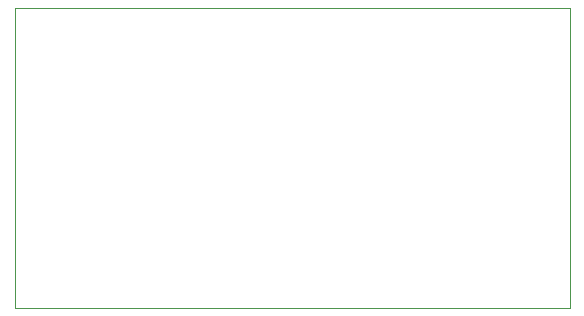
<source format=gbr>
%TF.GenerationSoftware,KiCad,Pcbnew,7.0.9*%
%TF.CreationDate,2024-04-11T20:03:21+10:00*%
%TF.ProjectId,cnc mill pcb tester,636e6320-6d69-46c6-9c20-706362207465,rev?*%
%TF.SameCoordinates,Original*%
%TF.FileFunction,Profile,NP*%
%FSLAX46Y46*%
G04 Gerber Fmt 4.6, Leading zero omitted, Abs format (unit mm)*
G04 Created by KiCad (PCBNEW 7.0.9) date 2024-04-11 20:03:21*
%MOMM*%
%LPD*%
G01*
G04 APERTURE LIST*
%TA.AperFunction,Profile*%
%ADD10C,0.100000*%
%TD*%
G04 APERTURE END LIST*
D10*
X100838000Y-64262000D02*
X147828000Y-64262000D01*
X147828000Y-89662000D01*
X100838000Y-89662000D01*
X100838000Y-64262000D01*
M02*

</source>
